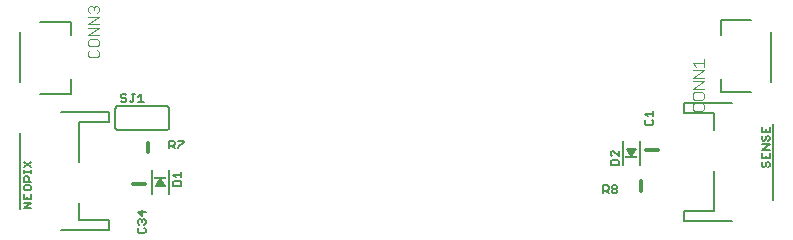
<source format=gbr>
G04 EAGLE Gerber RS-274X export*
G75*
%MOMM*%
%FSLAX34Y34*%
%LPD*%
%INSilkscreen Top*%
%IPPOS*%
%AMOC8*
5,1,8,0,0,1.08239X$1,22.5*%
G01*
%ADD10C,0.304800*%
%ADD11C,0.152400*%
%ADD12C,0.203200*%
%ADD13R,1.000000X0.200000*%
%ADD14C,0.076200*%

G36*
X524626Y352325D02*
X524626Y352325D01*
X524653Y352325D01*
X524764Y352357D01*
X524877Y352383D01*
X524900Y352396D01*
X524926Y352404D01*
X525024Y352466D01*
X525125Y352522D01*
X525141Y352540D01*
X525166Y352555D01*
X525351Y352763D01*
X525355Y352767D01*
X527355Y355767D01*
X527386Y355831D01*
X527426Y355891D01*
X527447Y355959D01*
X527478Y356023D01*
X527490Y356094D01*
X527511Y356162D01*
X527513Y356233D01*
X527525Y356304D01*
X527517Y356375D01*
X527519Y356446D01*
X527501Y356515D01*
X527492Y356586D01*
X527465Y356652D01*
X527447Y356721D01*
X527410Y356782D01*
X527383Y356848D01*
X527338Y356904D01*
X527302Y356966D01*
X527250Y357015D01*
X527205Y357070D01*
X527147Y357111D01*
X527094Y357160D01*
X527031Y357193D01*
X526973Y357234D01*
X526905Y357257D01*
X526841Y357290D01*
X526782Y357300D01*
X526704Y357327D01*
X526585Y357333D01*
X526510Y357345D01*
X522510Y357345D01*
X522439Y357335D01*
X522367Y357335D01*
X522299Y357315D01*
X522229Y357305D01*
X522163Y357276D01*
X522094Y357256D01*
X522034Y357218D01*
X521969Y357189D01*
X521914Y357143D01*
X521854Y357105D01*
X521806Y357052D01*
X521752Y357006D01*
X521712Y356946D01*
X521665Y356892D01*
X521634Y356828D01*
X521595Y356769D01*
X521573Y356701D01*
X521542Y356636D01*
X521530Y356566D01*
X521509Y356498D01*
X521507Y356426D01*
X521495Y356356D01*
X521503Y356285D01*
X521501Y356214D01*
X521520Y356144D01*
X521528Y356073D01*
X521553Y356018D01*
X521573Y355939D01*
X521634Y355836D01*
X521665Y355767D01*
X523665Y352767D01*
X523742Y352680D01*
X523815Y352590D01*
X523837Y352575D01*
X523855Y352555D01*
X523952Y352493D01*
X524047Y352426D01*
X524073Y352418D01*
X524095Y352403D01*
X524206Y352371D01*
X524316Y352333D01*
X524343Y352332D01*
X524368Y352325D01*
X524484Y352325D01*
X524600Y352319D01*
X524626Y352325D01*
G37*
G36*
X127801Y326560D02*
X127801Y326560D01*
X127873Y326560D01*
X127941Y326580D01*
X128012Y326590D01*
X128077Y326619D01*
X128146Y326639D01*
X128206Y326677D01*
X128271Y326706D01*
X128326Y326752D01*
X128386Y326790D01*
X128434Y326844D01*
X128488Y326890D01*
X128528Y326949D01*
X128575Y327003D01*
X128606Y327067D01*
X128646Y327126D01*
X128667Y327195D01*
X128698Y327259D01*
X128710Y327329D01*
X128731Y327397D01*
X128733Y327469D01*
X128745Y327540D01*
X128737Y327610D01*
X128739Y327681D01*
X128720Y327751D01*
X128712Y327822D01*
X128687Y327877D01*
X128667Y327956D01*
X128606Y328059D01*
X128575Y328128D01*
X126575Y331128D01*
X126498Y331215D01*
X126425Y331305D01*
X126403Y331320D01*
X126385Y331340D01*
X126288Y331402D01*
X126193Y331469D01*
X126167Y331477D01*
X126145Y331492D01*
X126034Y331524D01*
X125924Y331562D01*
X125897Y331563D01*
X125872Y331570D01*
X125756Y331570D01*
X125640Y331576D01*
X125614Y331570D01*
X125587Y331570D01*
X125476Y331538D01*
X125363Y331512D01*
X125340Y331499D01*
X125314Y331491D01*
X125216Y331429D01*
X125115Y331373D01*
X125099Y331355D01*
X125074Y331340D01*
X124889Y331132D01*
X124885Y331128D01*
X122885Y328128D01*
X122854Y328064D01*
X122815Y328004D01*
X122793Y327936D01*
X122762Y327872D01*
X122750Y327801D01*
X122729Y327733D01*
X122727Y327662D01*
X122715Y327592D01*
X122723Y327520D01*
X122721Y327449D01*
X122739Y327380D01*
X122748Y327309D01*
X122775Y327243D01*
X122793Y327174D01*
X122830Y327113D01*
X122857Y327047D01*
X122902Y326991D01*
X122939Y326929D01*
X122990Y326880D01*
X123035Y326825D01*
X123094Y326784D01*
X123146Y326735D01*
X123209Y326702D01*
X123267Y326661D01*
X123335Y326638D01*
X123399Y326605D01*
X123458Y326595D01*
X123536Y326568D01*
X123655Y326562D01*
X123730Y326550D01*
X127730Y326550D01*
X127801Y326560D01*
G37*
D10*
X112395Y328295D02*
X102235Y328295D01*
D11*
X107903Y290691D02*
X106801Y289589D01*
X106801Y287386D01*
X107903Y286285D01*
X112309Y286285D01*
X113411Y287386D01*
X113411Y289589D01*
X112309Y290691D01*
X107903Y293769D02*
X106801Y294870D01*
X106801Y297074D01*
X107903Y298175D01*
X109005Y298175D01*
X110106Y297074D01*
X110106Y295972D01*
X110106Y297074D02*
X111208Y298175D01*
X112309Y298175D01*
X113411Y297074D01*
X113411Y294870D01*
X112309Y293769D01*
X113411Y304558D02*
X106801Y304558D01*
X110106Y301253D01*
X110106Y305659D01*
D12*
X644520Y314210D02*
X644520Y379210D01*
X609520Y296710D02*
X569520Y296710D01*
X569520Y305210D01*
X594520Y305210D01*
X594520Y339210D01*
X594520Y374210D02*
X594520Y388210D01*
X569520Y388210D01*
X569520Y396710D01*
X609520Y396710D01*
D11*
X636063Y346683D02*
X634961Y345581D01*
X634961Y343378D01*
X636063Y342276D01*
X637165Y342276D01*
X638266Y343378D01*
X638266Y345581D01*
X639368Y346683D01*
X640469Y346683D01*
X641571Y345581D01*
X641571Y343378D01*
X640469Y342276D01*
X634961Y349760D02*
X634961Y354167D01*
X634961Y349760D02*
X641571Y349760D01*
X641571Y354167D01*
X638266Y351964D02*
X638266Y349760D01*
X641571Y357245D02*
X634961Y357245D01*
X641571Y361651D01*
X634961Y361651D01*
X634961Y368034D02*
X636063Y369135D01*
X634961Y368034D02*
X634961Y365830D01*
X636063Y364729D01*
X637165Y364729D01*
X638266Y365830D01*
X638266Y368034D01*
X639368Y369135D01*
X640469Y369135D01*
X641571Y368034D01*
X641571Y365830D01*
X640469Y364729D01*
X634961Y372213D02*
X634961Y376619D01*
X634961Y372213D02*
X641571Y372213D01*
X641571Y376619D01*
X638266Y374416D02*
X638266Y372213D01*
D12*
X6990Y371590D02*
X6990Y306590D01*
X41990Y389090D02*
X81990Y389090D01*
X81990Y380590D01*
X56990Y380590D01*
X56990Y346590D01*
X56990Y311590D02*
X56990Y297590D01*
X81990Y297590D01*
X81990Y289090D01*
X41990Y289090D01*
D11*
X16543Y307627D02*
X9933Y307627D01*
X16543Y312033D01*
X9933Y312033D01*
X9933Y315111D02*
X9933Y319518D01*
X9933Y315111D02*
X16543Y315111D01*
X16543Y319518D01*
X13238Y317314D02*
X13238Y315111D01*
X9933Y323697D02*
X9933Y325900D01*
X9933Y323697D02*
X11035Y322595D01*
X15441Y322595D01*
X16543Y323697D01*
X16543Y325900D01*
X15441Y327002D01*
X11035Y327002D01*
X9933Y325900D01*
X9933Y330079D02*
X16543Y330079D01*
X9933Y330079D02*
X9933Y333384D01*
X11035Y334486D01*
X13238Y334486D01*
X14340Y333384D01*
X14340Y330079D01*
X16543Y337564D02*
X16543Y339767D01*
X16543Y338665D02*
X9933Y338665D01*
X9933Y337564D02*
X9933Y339767D01*
X9933Y342553D02*
X16543Y346959D01*
X16543Y342553D02*
X9933Y346959D01*
D12*
X90170Y374015D02*
X130810Y374015D01*
X133350Y391795D02*
X133348Y391895D01*
X133342Y391994D01*
X133332Y392094D01*
X133319Y392192D01*
X133301Y392291D01*
X133280Y392388D01*
X133255Y392484D01*
X133226Y392580D01*
X133193Y392674D01*
X133157Y392767D01*
X133117Y392858D01*
X133073Y392948D01*
X133026Y393036D01*
X132976Y393122D01*
X132922Y393206D01*
X132865Y393288D01*
X132805Y393367D01*
X132741Y393445D01*
X132675Y393519D01*
X132606Y393591D01*
X132534Y393660D01*
X132460Y393726D01*
X132382Y393790D01*
X132303Y393850D01*
X132221Y393907D01*
X132137Y393961D01*
X132051Y394011D01*
X131963Y394058D01*
X131873Y394102D01*
X131782Y394142D01*
X131689Y394178D01*
X131595Y394211D01*
X131499Y394240D01*
X131403Y394265D01*
X131306Y394286D01*
X131207Y394304D01*
X131109Y394317D01*
X131009Y394327D01*
X130910Y394333D01*
X130810Y394335D01*
X90170Y394335D02*
X90070Y394333D01*
X89971Y394327D01*
X89871Y394317D01*
X89773Y394304D01*
X89674Y394286D01*
X89577Y394265D01*
X89481Y394240D01*
X89385Y394211D01*
X89291Y394178D01*
X89198Y394142D01*
X89107Y394102D01*
X89017Y394058D01*
X88929Y394011D01*
X88843Y393961D01*
X88759Y393907D01*
X88677Y393850D01*
X88598Y393790D01*
X88520Y393726D01*
X88446Y393660D01*
X88374Y393591D01*
X88305Y393519D01*
X88239Y393445D01*
X88175Y393367D01*
X88115Y393288D01*
X88058Y393206D01*
X88004Y393122D01*
X87954Y393036D01*
X87907Y392948D01*
X87863Y392858D01*
X87823Y392767D01*
X87787Y392674D01*
X87754Y392580D01*
X87725Y392484D01*
X87700Y392388D01*
X87679Y392291D01*
X87661Y392192D01*
X87648Y392094D01*
X87638Y391994D01*
X87632Y391895D01*
X87630Y391795D01*
X87630Y376555D02*
X87632Y376455D01*
X87638Y376356D01*
X87648Y376256D01*
X87661Y376158D01*
X87679Y376059D01*
X87700Y375962D01*
X87725Y375866D01*
X87754Y375770D01*
X87787Y375676D01*
X87823Y375583D01*
X87863Y375492D01*
X87907Y375402D01*
X87954Y375314D01*
X88004Y375228D01*
X88058Y375144D01*
X88115Y375062D01*
X88175Y374983D01*
X88239Y374905D01*
X88305Y374831D01*
X88374Y374759D01*
X88446Y374690D01*
X88520Y374624D01*
X88598Y374560D01*
X88677Y374500D01*
X88759Y374443D01*
X88843Y374389D01*
X88929Y374339D01*
X89017Y374292D01*
X89107Y374248D01*
X89198Y374208D01*
X89291Y374172D01*
X89385Y374139D01*
X89481Y374110D01*
X89577Y374085D01*
X89674Y374064D01*
X89773Y374046D01*
X89871Y374033D01*
X89971Y374023D01*
X90070Y374017D01*
X90170Y374015D01*
X130810Y374015D02*
X130910Y374017D01*
X131009Y374023D01*
X131109Y374033D01*
X131207Y374046D01*
X131306Y374064D01*
X131403Y374085D01*
X131499Y374110D01*
X131595Y374139D01*
X131689Y374172D01*
X131782Y374208D01*
X131873Y374248D01*
X131963Y374292D01*
X132051Y374339D01*
X132137Y374389D01*
X132221Y374443D01*
X132303Y374500D01*
X132382Y374560D01*
X132460Y374624D01*
X132534Y374690D01*
X132606Y374759D01*
X132675Y374831D01*
X132741Y374905D01*
X132805Y374983D01*
X132865Y375062D01*
X132922Y375144D01*
X132976Y375228D01*
X133026Y375314D01*
X133073Y375402D01*
X133117Y375492D01*
X133157Y375583D01*
X133193Y375676D01*
X133226Y375770D01*
X133255Y375866D01*
X133280Y375962D01*
X133301Y376059D01*
X133319Y376158D01*
X133332Y376256D01*
X133342Y376356D01*
X133348Y376455D01*
X133350Y376555D01*
X133350Y391795D01*
X87630Y391795D02*
X87630Y376555D01*
X90170Y394335D02*
X130810Y394335D01*
D11*
X96608Y403145D02*
X95507Y404247D01*
X93304Y404247D01*
X92202Y403145D01*
X92202Y402043D01*
X93304Y400942D01*
X95507Y400942D01*
X96608Y399840D01*
X96608Y398739D01*
X95507Y397637D01*
X93304Y397637D01*
X92202Y398739D01*
X99686Y398739D02*
X100788Y397637D01*
X101889Y397637D01*
X102991Y398739D01*
X102991Y404247D01*
X101889Y404247D02*
X104093Y404247D01*
X107170Y402043D02*
X109374Y404247D01*
X109374Y397637D01*
X111577Y397637D02*
X107170Y397637D01*
D10*
X114935Y362775D02*
X114935Y354775D01*
D11*
X133477Y358267D02*
X133477Y364877D01*
X136782Y364877D01*
X137883Y363775D01*
X137883Y361572D01*
X136782Y360470D01*
X133477Y360470D01*
X135680Y360470D02*
X137883Y358267D01*
X140961Y364877D02*
X145368Y364877D01*
X145368Y363775D01*
X140961Y359369D01*
X140961Y358267D01*
D10*
X532765Y330390D02*
X532765Y322390D01*
D11*
X500779Y320294D02*
X500779Y326904D01*
X504084Y326904D01*
X505185Y325802D01*
X505185Y323599D01*
X504084Y322497D01*
X500779Y322497D01*
X502982Y322497D02*
X505185Y320294D01*
X508263Y325802D02*
X509364Y326904D01*
X511568Y326904D01*
X512669Y325802D01*
X512669Y324700D01*
X511568Y323599D01*
X512669Y322497D01*
X512669Y321396D01*
X511568Y320294D01*
X509364Y320294D01*
X508263Y321396D01*
X508263Y322497D01*
X509364Y323599D01*
X508263Y324700D01*
X508263Y325802D01*
X509364Y323599D02*
X511568Y323599D01*
D12*
X132730Y319565D02*
X132730Y339565D01*
X118730Y339565D02*
X118730Y319565D01*
X129730Y326065D02*
X125730Y332065D01*
X129730Y326065D02*
X121730Y326065D01*
X125730Y332065D01*
D13*
X125730Y333065D03*
D11*
X136486Y326359D02*
X143096Y326359D01*
X143096Y329664D01*
X141994Y330765D01*
X137588Y330765D01*
X136486Y329664D01*
X136486Y326359D01*
X138690Y333843D02*
X136486Y336046D01*
X143096Y336046D01*
X143096Y333843D02*
X143096Y338249D01*
D12*
X517510Y344330D02*
X517510Y364330D01*
X531510Y364330D02*
X531510Y344330D01*
X524510Y351830D02*
X520510Y357830D01*
X528510Y357830D01*
X524510Y351830D01*
D13*
X524510Y350830D03*
D11*
X513748Y344092D02*
X507138Y344092D01*
X513748Y344092D02*
X513748Y347397D01*
X512646Y348498D01*
X508240Y348498D01*
X507138Y347397D01*
X507138Y344092D01*
X513748Y351576D02*
X513748Y355983D01*
X509342Y355983D02*
X513748Y351576D01*
X509342Y355983D02*
X508240Y355983D01*
X507138Y354881D01*
X507138Y352678D01*
X508240Y351576D01*
X50080Y465610D02*
X24080Y465610D01*
X50080Y465610D02*
X50080Y454610D01*
X50080Y416610D02*
X50080Y404610D01*
X24080Y404610D01*
X7080Y414610D02*
X7080Y456610D01*
D14*
X64453Y439918D02*
X66021Y441486D01*
X64453Y439918D02*
X64453Y436783D01*
X66021Y435215D01*
X72291Y435215D01*
X73859Y436783D01*
X73859Y439918D01*
X72291Y441486D01*
X64453Y446138D02*
X64453Y449273D01*
X64453Y446138D02*
X66021Y444570D01*
X72291Y444570D01*
X73859Y446138D01*
X73859Y449273D01*
X72291Y450841D01*
X66021Y450841D01*
X64453Y449273D01*
X64453Y453925D02*
X73859Y453925D01*
X73859Y460196D02*
X64453Y453925D01*
X64453Y460196D02*
X73859Y460196D01*
X73859Y463281D02*
X64453Y463281D01*
X73859Y469551D01*
X64453Y469551D01*
X66021Y472636D02*
X64453Y474203D01*
X64453Y477339D01*
X66021Y478906D01*
X67588Y478906D01*
X69156Y477339D01*
X69156Y475771D01*
X69156Y477339D02*
X70724Y478906D01*
X72291Y478906D01*
X73859Y477339D01*
X73859Y474203D01*
X72291Y472636D01*
D10*
X537210Y356870D02*
X547370Y356870D01*
D11*
X536188Y381257D02*
X537290Y382358D01*
X536188Y381257D02*
X536188Y379054D01*
X537290Y377952D01*
X541696Y377952D01*
X542798Y379054D01*
X542798Y381257D01*
X541696Y382358D01*
X538392Y385436D02*
X536188Y387639D01*
X542798Y387639D01*
X542798Y385436D02*
X542798Y389843D01*
X600160Y405610D02*
X626160Y405610D01*
X600160Y405610D02*
X600160Y416610D01*
X600160Y454610D02*
X600160Y466610D01*
X626160Y466610D01*
X643160Y456610D02*
X643160Y414610D01*
D14*
X577941Y396262D02*
X576373Y394694D01*
X576373Y391559D01*
X577941Y389991D01*
X584211Y389991D01*
X585779Y391559D01*
X585779Y394694D01*
X584211Y396262D01*
X576373Y400914D02*
X576373Y404049D01*
X576373Y400914D02*
X577941Y399346D01*
X584211Y399346D01*
X585779Y400914D01*
X585779Y404049D01*
X584211Y405617D01*
X577941Y405617D01*
X576373Y404049D01*
X576373Y408701D02*
X585779Y408701D01*
X585779Y414972D02*
X576373Y408701D01*
X576373Y414972D02*
X585779Y414972D01*
X585779Y418057D02*
X576373Y418057D01*
X585779Y424327D01*
X576373Y424327D01*
X579508Y427412D02*
X576373Y430547D01*
X585779Y430547D01*
X585779Y427412D02*
X585779Y433682D01*
M02*

</source>
